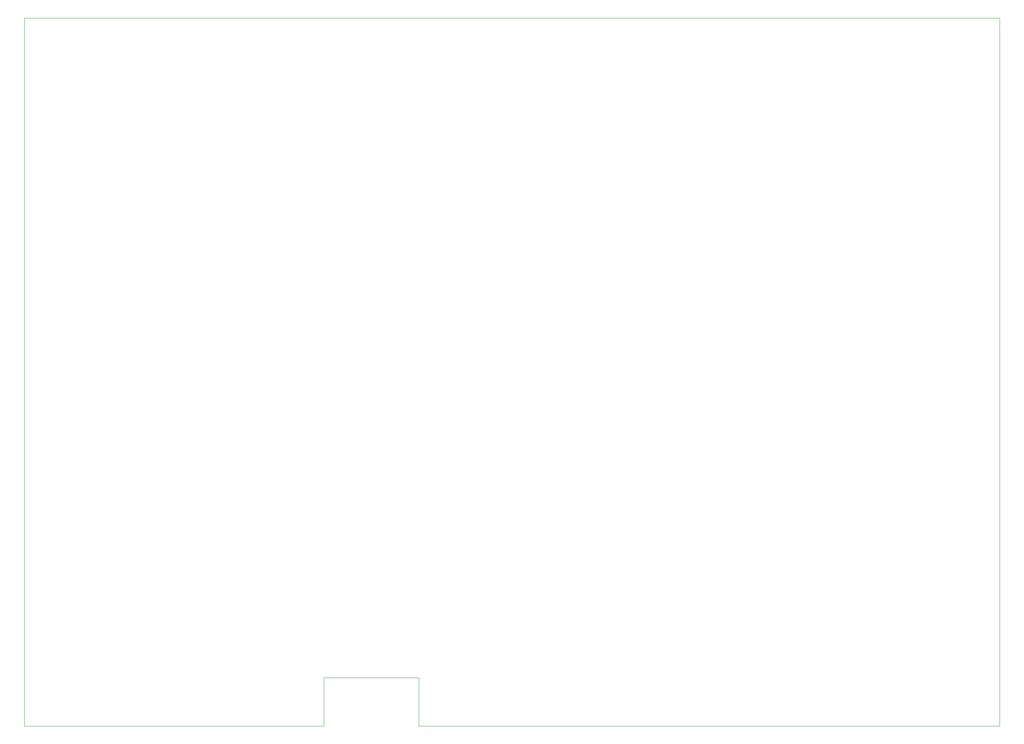
<source format=gbr>
%TF.GenerationSoftware,KiCad,Pcbnew,(5.1.10-1-10_14)*%
%TF.CreationDate,2021-07-04T08:15:42+10:00*%
%TF.ProjectId,256 word memory_2.0,32353620-776f-4726-9420-6d656d6f7279,rev?*%
%TF.SameCoordinates,Original*%
%TF.FileFunction,Profile,NP*%
%FSLAX46Y46*%
G04 Gerber Fmt 4.6, Leading zero omitted, Abs format (unit mm)*
G04 Created by KiCad (PCBNEW (5.1.10-1-10_14)) date 2021-07-04 08:15:42*
%MOMM*%
%LPD*%
G01*
G04 APERTURE LIST*
%TA.AperFunction,Profile*%
%ADD10C,0.050000*%
%TD*%
G04 APERTURE END LIST*
D10*
X20000000Y-20000000D02*
X73900000Y-20000000D01*
X149300000Y-20000000D02*
X73900000Y-20000000D01*
X239500000Y-20000000D02*
X149300000Y-20000000D01*
X239500000Y-180000000D02*
X108500000Y-180000000D01*
X239500000Y-180000000D02*
X239500000Y-20000000D01*
X19500000Y-20000000D02*
X20000000Y-20000000D01*
X19500000Y-180000000D02*
X19500000Y-20000000D01*
X20000000Y-180000000D02*
X19500000Y-180000000D01*
X108500000Y-169000000D02*
X108500000Y-180000000D01*
X87000000Y-169000000D02*
X108500000Y-169000000D01*
X87000000Y-180000000D02*
X87000000Y-169000000D01*
X20000000Y-180000000D02*
X87000000Y-180000000D01*
M02*

</source>
